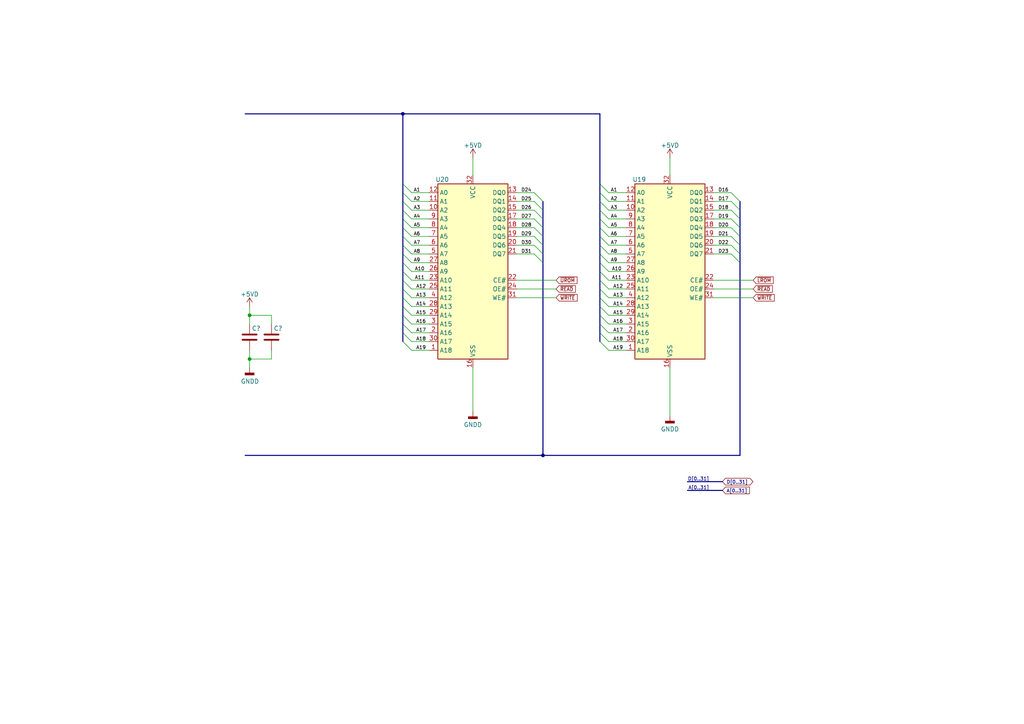
<source format=kicad_sch>
(kicad_sch (version 20211123) (generator eeschema)
  (paper "A4")
  (title_block (title "MAXI030 - 68030 based expandable computer") (date "2021-10-02") (comment 1 "Lawrence Manning"))
  (lib_symbols
    (symbol "Aslak:SST39SF040-PC32"
      (property "Reference" "U" (at -10.16 26.035 0))
      (property "Value" "Aslak_SST39SF040-PC32" (at 2.54 26.035 0))
      (symbol "SST39SF040-PC32_0_0"
        (pin power_in line (at 0 -27.94 90) (length 2.54) (name "VSS") (number "16"))
        (pin power_in line (at 0 27.94 270) (length 2.54) (name "VCC") (number "32"))
      )
      (symbol "SST39SF040-PC32_0_1"
        (rectangle (start -10.16 25.4) (end 10.16 -25.4) (stroke (width 0.254)) (fill (type background)))
      )
      (symbol "SST39SF040-PC32_1_1"
        (pin input line (at -12.7 -22.86 0) (length 2.54) (name "A18") (number "1"))
        (pin input line (at -12.7 17.78 0) (length 2.54) (name "A2") (number "10"))
        (pin input line (at -12.7 20.32 0) (length 2.54) (name "A1") (number "11"))
        (pin input line (at -12.7 22.86 0) (length 2.54) (name "A0") (number "12"))
        (pin tri_state line (at 12.7 22.86 180) (length 2.54) (name "DQ0") (number "13"))
        (pin tri_state line (at 12.7 20.32 180) (length 2.54) (name "DQ1") (number "14"))
        (pin tri_state line (at 12.7 17.78 180) (length 2.54) (name "DQ2") (number "15"))
        (pin tri_state line (at 12.7 15.24 180) (length 2.54) (name "DQ3") (number "17"))
        (pin tri_state line (at 12.7 12.7 180) (length 2.54) (name "DQ4") (number "18"))
        (pin tri_state line (at 12.7 10.16 180) (length 2.54) (name "DQ5") (number "19"))
        (pin input line (at -12.7 -17.78 0) (length 2.54) (name "A16") (number "2"))
        (pin tri_state line (at 12.7 7.62 180) (length 2.54) (name "DQ6") (number "20"))
        (pin tri_state line (at 12.7 5.08 180) (length 2.54) (name "DQ7") (number "21"))
        (pin input line (at 12.7 -2.54 180) (length 2.54) (name "CE#") (number "22"))
        (pin input line (at -12.7 -2.54 0) (length 2.54) (name "A10") (number "23"))
        (pin input line (at 12.7 -5.08 180) (length 2.54) (name "OE#") (number "24"))
        (pin input line (at -12.7 -5.08 0) (length 2.54) (name "A11") (number "25"))
        (pin input line (at -12.7 0 0) (length 2.54) (name "A9") (number "26"))
        (pin input line (at -12.7 2.54 0) (length 2.54) (name "A8") (number "27"))
        (pin input line (at -12.7 -10.16 0) (length 2.54) (name "A13") (number "28"))
        (pin input line (at -12.7 -12.7 0) (length 2.54) (name "A14") (number "29"))
        (pin input line (at -12.7 -15.24 0) (length 2.54) (name "A15") (number "3"))
        (pin input line (at -12.7 -20.32 0) (length 2.54) (name "A17") (number "30"))
        (pin input line (at 12.7 -7.62 180) (length 2.54) (name "WE#") (number "31"))
        (pin input line (at -12.7 -7.62 0) (length 2.54) (name "A12") (number "4"))
        (pin input line (at -12.7 5.08 0) (length 2.54) (name "A7") (number "5"))
        (pin input line (at -12.7 7.62 0) (length 2.54) (name "A6") (number "6"))
        (pin input line (at -12.7 10.16 0) (length 2.54) (name "A5") (number "7"))
        (pin input line (at -12.7 12.7 0) (length 2.54) (name "A4") (number "8"))
        (pin input line (at -12.7 15.24 0) (length 2.54) (name "A3") (number "9"))
      )
    )
    (symbol "Device:C" (pin_numbers hide) (pin_names (offset 0.254))
      (property "Reference" "C" (at 0.635 2.54 0))
      (property "Value" "C" (at 0.635 -2.54 0))
      (symbol "C_0_1"
        (polyline (pts (xy -2.032 -0.762) (xy 2.032 -0.762)) (stroke (width 0.508)))
        (polyline (pts (xy -2.032 0.762) (xy 2.032 0.762)) (stroke (width 0.508)))
      )
      (symbol "C_1_1"
        (pin passive line (at 0 3.81 270) (length 2.794) (name "~") (number "1"))
        (pin passive line (at 0 -3.81 90) (length 2.794) (name "~") (number "2"))
      )
    )
    (symbol "power:+5VD" (power) (pin_names (offset 0))
      (property "Value" "+5VD" (at 0 3.556 0))
      (symbol "+5VD_0_1"
        (polyline (pts (xy -0.762 1.27) (xy 0 2.54)))
        (polyline (pts (xy 0 0) (xy 0 2.54)))
        (polyline (pts (xy 0 2.54) (xy 0.762 1.27)))
      )
      (symbol "+5VD_1_1"
        (pin power_in line (at 0 0 90) (length 0) hide (name "+5VD") (number "1"))
      )
    )
    (symbol "power:GNDD" (power) (pin_names (offset 0))
      (property "Value" "GNDD" (at 0 -3.175 0))
      (symbol "GNDD_0_1"
        (rectangle (start -1.27 -1.524) (end 1.27 -2.032) (stroke (width 0.254)) (fill (type outline)))
        (polyline (pts (xy 0 0) (xy 0 -1.524)))
      )
      (symbol "GNDD_1_1"
        (pin power_in line (at 0 0 270) (length 0) hide (name "GNDD") (number "1"))
      )
    )
  )
  (junction (at 116.84 33.02))
  (junction (at 157.48 132.08))
  (junction (at 72.39 91.44))
  (junction (at 72.39 104.14))
  (bus_entry (at 173.99 76.2) (size 2.54 2.54))
  (bus_entry (at 116.84 78.74) (size 2.54 2.54))
  (bus_entry (at 173.99 68.58) (size 2.54 2.54))
  (bus_entry (at 173.99 66.04) (size 2.54 2.54))
  (bus_entry (at 154.94 68.58) (size 2.54 2.54))
  (bus_entry (at 212.09 71.12) (size 2.54 2.54))
  (bus_entry (at 116.84 71.12) (size 2.54 2.54))
  (bus_entry (at 116.84 88.9) (size 2.54 2.54))
  (bus_entry (at 173.99 78.74) (size 2.54 2.54))
  (bus_entry (at 173.99 55.88) (size 2.54 2.54))
  (bus_entry (at 173.99 73.66) (size 2.54 2.54))
  (bus_entry (at 116.84 83.82) (size 2.54 2.54))
  (bus_entry (at 212.09 66.04) (size 2.54 2.54))
  (bus_entry (at 116.84 60.96) (size 2.54 2.54))
  (bus_entry (at 173.99 81.28) (size 2.54 2.54))
  (bus_entry (at 173.99 91.44) (size 2.54 2.54))
  (bus_entry (at 154.94 73.66) (size 2.54 2.54))
  (bus_entry (at 212.09 63.5) (size 2.54 2.54))
  (bus_entry (at 173.99 93.98) (size 2.54 2.54))
  (bus_entry (at 173.99 53.34) (size 2.54 2.54))
  (bus_entry (at 154.94 58.42) (size 2.54 2.54))
  (bus_entry (at 212.09 68.58) (size 2.54 2.54))
  (bus_entry (at 154.94 60.96) (size 2.54 2.54))
  (bus_entry (at 116.84 81.28) (size 2.54 2.54))
  (bus_entry (at 173.99 88.9) (size 2.54 2.54))
  (bus_entry (at 116.84 93.98) (size 2.54 2.54))
  (bus_entry (at 116.84 91.44) (size 2.54 2.54))
  (bus_entry (at 173.99 63.5) (size 2.54 2.54))
  (bus_entry (at 173.99 83.82) (size 2.54 2.54))
  (bus_entry (at 116.84 58.42) (size 2.54 2.54))
  (bus_entry (at 116.84 76.2) (size 2.54 2.54))
  (bus_entry (at 173.99 71.12) (size 2.54 2.54))
  (bus_entry (at 154.94 63.5) (size 2.54 2.54))
  (bus_entry (at 173.99 99.06) (size 2.54 2.54))
  (bus_entry (at 116.84 66.04) (size 2.54 2.54))
  (bus_entry (at 116.84 96.52) (size 2.54 2.54))
  (bus_entry (at 116.84 99.06) (size 2.54 2.54))
  (bus_entry (at 173.99 60.96) (size 2.54 2.54))
  (bus_entry (at 116.84 53.34) (size 2.54 2.54))
  (bus_entry (at 154.94 55.88) (size 2.54 2.54))
  (bus_entry (at 116.84 63.5) (size 2.54 2.54))
  (bus_entry (at 212.09 60.96) (size 2.54 2.54))
  (bus_entry (at 154.94 66.04) (size 2.54 2.54))
  (bus_entry (at 173.99 86.36) (size 2.54 2.54))
  (bus_entry (at 116.84 86.36) (size 2.54 2.54))
  (bus_entry (at 116.84 68.58) (size 2.54 2.54))
  (bus_entry (at 212.09 58.42) (size 2.54 2.54))
  (bus_entry (at 154.94 71.12) (size 2.54 2.54))
  (bus_entry (at 173.99 96.52) (size 2.54 2.54))
  (bus_entry (at 173.99 58.42) (size 2.54 2.54))
  (bus_entry (at 212.09 73.66) (size 2.54 2.54))
  (bus_entry (at 116.84 73.66) (size 2.54 2.54))
  (bus_entry (at 212.09 55.88) (size 2.54 2.54))
  (bus_entry (at 116.84 55.88) (size 2.54 2.54))
  (wire (pts (xy 176.53 99.06) (xy 181.61 99.06)))
  (wire (pts (xy 181.61 78.74) (xy 176.53 78.74)))
  (wire (pts (xy 72.39 104.14) (xy 72.39 106.68)))
  (bus (pts (xy 173.99 58.42) (xy 173.99 60.96)))
  (bus (pts (xy 116.84 86.36) (xy 116.84 88.9)))
  (bus (pts (xy 116.84 33.02) (xy 116.84 53.34)))
  (bus (pts (xy 116.84 76.2) (xy 116.84 78.74)))
  (wire (pts (xy 181.61 83.82) (xy 176.53 83.82)))
  (wire (pts (xy 149.86 86.36) (xy 161.29 86.36)))
  (wire (pts (xy 181.61 76.2) (xy 176.53 76.2)))
  (bus (pts (xy 173.99 76.2) (xy 173.99 78.74)))
  (wire (pts (xy 149.86 55.88) (xy 154.94 55.88)))
  (bus (pts (xy 157.48 58.42) (xy 157.48 60.96)))
  (wire (pts (xy 124.46 60.96) (xy 119.38 60.96)))
  (wire (pts (xy 72.39 88.9) (xy 72.39 91.44)))
  (bus (pts (xy 116.84 88.9) (xy 116.84 91.44)))
  (bus (pts (xy 116.84 81.28) (xy 116.84 83.82)))
  (wire (pts (xy 181.61 63.5) (xy 176.53 63.5)))
  (wire (pts (xy 149.86 73.66) (xy 154.94 73.66)))
  (wire (pts (xy 124.46 83.82) (xy 119.38 83.82)))
  (wire (pts (xy 181.61 71.12) (xy 176.53 71.12)))
  (wire (pts (xy 149.86 81.28) (xy 161.29 81.28)))
  (wire (pts (xy 124.46 63.5) (xy 119.38 63.5)))
  (bus (pts (xy 214.63 73.66) (xy 214.63 76.2)))
  (wire (pts (xy 124.46 91.44) (xy 119.38 91.44)))
  (wire (pts (xy 72.39 101.6) (xy 72.39 104.14)))
  (wire (pts (xy 181.61 91.44) (xy 176.53 91.44)))
  (wire (pts (xy 149.86 58.42) (xy 154.94 58.42)))
  (wire (pts (xy 149.86 68.58) (xy 154.94 68.58)))
  (wire (pts (xy 124.46 58.42) (xy 119.38 58.42)))
  (wire (pts (xy 181.61 86.36) (xy 176.53 86.36)))
  (bus (pts (xy 157.48 132.08) (xy 214.63 132.08)))
  (wire (pts (xy 207.01 55.88) (xy 212.09 55.88)))
  (wire (pts (xy 207.01 66.04) (xy 212.09 66.04)))
  (wire (pts (xy 181.61 88.9) (xy 176.53 88.9)))
  (bus (pts (xy 116.84 33.02) (xy 173.99 33.02)))
  (bus (pts (xy 116.84 66.04) (xy 116.84 68.58)))
  (bus (pts (xy 157.48 71.12) (xy 157.48 73.66)))
  (bus (pts (xy 199.39 142.24) (xy 209.55 142.24)))
  (bus (pts (xy 214.63 58.42) (xy 214.63 60.96)))
  (wire (pts (xy 137.16 106.68) (xy 137.16 119.38)))
  (wire (pts (xy 124.46 86.36) (xy 119.38 86.36)))
  (bus (pts (xy 116.84 55.88) (xy 116.84 58.42)))
  (wire (pts (xy 181.61 60.96) (xy 176.53 60.96)))
  (wire (pts (xy 119.38 101.6) (xy 124.46 101.6)))
  (bus (pts (xy 173.99 60.96) (xy 173.99 63.5)))
  (wire (pts (xy 207.01 63.5) (xy 212.09 63.5)))
  (bus (pts (xy 173.99 88.9) (xy 173.99 91.44)))
  (wire (pts (xy 176.53 96.52) (xy 181.61 96.52)))
  (bus (pts (xy 116.84 78.74) (xy 116.84 81.28)))
  (wire (pts (xy 149.86 83.82) (xy 161.29 83.82)))
  (wire (pts (xy 137.16 50.8) (xy 137.16 45.72)))
  (wire (pts (xy 176.53 101.6) (xy 181.61 101.6)))
  (wire (pts (xy 124.46 55.88) (xy 119.38 55.88)))
  (wire (pts (xy 72.39 91.44) (xy 78.74 91.44)))
  (bus (pts (xy 116.84 71.12) (xy 116.84 73.66)))
  (wire (pts (xy 149.86 71.12) (xy 154.94 71.12)))
  (wire (pts (xy 149.86 60.96) (xy 154.94 60.96)))
  (wire (pts (xy 124.46 68.58) (xy 119.38 68.58)))
  (bus (pts (xy 173.99 91.44) (xy 173.99 93.98)))
  (bus (pts (xy 173.99 96.52) (xy 173.99 99.06)))
  (wire (pts (xy 181.61 55.88) (xy 176.53 55.88)))
  (bus (pts (xy 173.99 55.88) (xy 173.99 58.42)))
  (wire (pts (xy 181.61 68.58) (xy 176.53 68.58)))
  (wire (pts (xy 124.46 81.28) (xy 119.38 81.28)))
  (wire (pts (xy 78.74 101.6) (xy 78.74 104.14)))
  (wire (pts (xy 124.46 66.04) (xy 119.38 66.04)))
  (bus (pts (xy 173.99 83.82) (xy 173.99 86.36)))
  (wire (pts (xy 149.86 63.5) (xy 154.94 63.5)))
  (wire (pts (xy 124.46 78.74) (xy 119.38 78.74)))
  (wire (pts (xy 194.31 50.8) (xy 194.31 45.72)))
  (bus (pts (xy 116.84 91.44) (xy 116.84 93.98)))
  (bus (pts (xy 116.84 68.58) (xy 116.84 71.12)))
  (bus (pts (xy 214.63 60.96) (xy 214.63 63.5)))
  (bus (pts (xy 214.63 68.58) (xy 214.63 71.12)))
  (wire (pts (xy 124.46 88.9) (xy 119.38 88.9)))
  (bus (pts (xy 116.84 96.52) (xy 116.84 99.06)))
  (bus (pts (xy 116.84 83.82) (xy 116.84 86.36)))
  (bus (pts (xy 116.84 58.42) (xy 116.84 60.96)))
  (bus (pts (xy 116.84 53.34) (xy 116.84 55.88)))
  (wire (pts (xy 78.74 93.98) (xy 78.74 91.44)))
  (bus (pts (xy 173.99 66.04) (xy 173.99 68.58)))
  (bus (pts (xy 173.99 81.28) (xy 173.99 83.82)))
  (wire (pts (xy 181.61 81.28) (xy 176.53 81.28)))
  (wire (pts (xy 181.61 73.66) (xy 176.53 73.66)))
  (bus (pts (xy 157.48 60.96) (xy 157.48 63.5)))
  (wire (pts (xy 207.01 83.82) (xy 218.44 83.82)))
  (wire (pts (xy 207.01 71.12) (xy 212.09 71.12)))
  (wire (pts (xy 119.38 99.06) (xy 124.46 99.06)))
  (bus (pts (xy 173.99 78.74) (xy 173.99 81.28)))
  (bus (pts (xy 173.99 63.5) (xy 173.99 66.04)))
  (bus (pts (xy 214.63 76.2) (xy 214.63 132.08)))
  (wire (pts (xy 207.01 86.36) (xy 218.44 86.36)))
  (bus (pts (xy 214.63 63.5) (xy 214.63 66.04)))
  (bus (pts (xy 214.63 71.12) (xy 214.63 73.66)))
  (bus (pts (xy 173.99 73.66) (xy 173.99 76.2)))
  (wire (pts (xy 207.01 81.28) (xy 218.44 81.28)))
  (wire (pts (xy 149.86 66.04) (xy 154.94 66.04)))
  (wire (pts (xy 119.38 93.98) (xy 124.46 93.98)))
  (bus (pts (xy 173.99 86.36) (xy 173.99 88.9)))
  (wire (pts (xy 72.39 91.44) (xy 72.39 93.98)))
  (bus (pts (xy 173.99 93.98) (xy 173.99 96.52)))
  (bus (pts (xy 157.48 73.66) (xy 157.48 76.2)))
  (wire (pts (xy 124.46 71.12) (xy 119.38 71.12)))
  (bus (pts (xy 157.48 66.04) (xy 157.48 68.58)))
  (wire (pts (xy 124.46 73.66) (xy 119.38 73.66)))
  (bus (pts (xy 173.99 53.34) (xy 173.99 55.88)))
  (wire (pts (xy 124.46 76.2) (xy 119.38 76.2)))
  (wire (pts (xy 207.01 68.58) (xy 212.09 68.58)))
  (bus (pts (xy 173.99 33.02) (xy 173.99 53.34)))
  (wire (pts (xy 181.61 58.42) (xy 176.53 58.42)))
  (wire (pts (xy 207.01 58.42) (xy 212.09 58.42)))
  (wire (pts (xy 194.31 106.68) (xy 194.31 120.65)))
  (wire (pts (xy 119.38 96.52) (xy 124.46 96.52)))
  (wire (pts (xy 176.53 93.98) (xy 181.61 93.98)))
  (bus (pts (xy 199.39 139.7) (xy 209.55 139.7)))
  (bus (pts (xy 157.48 63.5) (xy 157.48 66.04)))
  (bus (pts (xy 157.48 76.2) (xy 157.48 132.08)))
  (bus (pts (xy 173.99 68.58) (xy 173.99 71.12)))
  (bus (pts (xy 157.48 68.58) (xy 157.48 71.12)))
  (bus (pts (xy 116.84 73.66) (xy 116.84 76.2)))
  (bus (pts (xy 116.84 60.96) (xy 116.84 63.5)))
  (bus (pts (xy 173.99 71.12) (xy 173.99 73.66)))
  (bus (pts (xy 214.63 66.04) (xy 214.63 68.58)))
  (wire (pts (xy 78.74 104.14) (xy 72.39 104.14)))
  (wire (pts (xy 207.01 60.96) (xy 212.09 60.96)))
  (wire (pts (xy 207.01 73.66) (xy 212.09 73.66)))
  (bus (pts (xy 116.84 93.98) (xy 116.84 96.52)))
  (bus (pts (xy 71.12 132.08) (xy 157.48 132.08)))
  (wire (pts (xy 181.61 66.04) (xy 176.53 66.04)))
  (bus (pts (xy 71.12 33.02) (xy 116.84 33.02)))
  (bus (pts (xy 116.84 63.5) (xy 116.84 66.04)))
  (label "A7" (at 179.07 71.12 180) (effects (font (size 0.9906 0.9906))))
  (label "D31" (at 151.13 73.66 0) (effects (font (size 0.9906 0.9906))))
  (label "D20" (at 208.28 66.04 0) (effects (font (size 0.9906 0.9906))))
  (label "A16" (at 120.65 93.98 0) (effects (font (size 0.9906 0.9906))))
  (label "D23" (at 208.28 73.66 0) (effects (font (size 0.9906 0.9906))))
  (label "A19" (at 120.65 101.6 0) (effects (font (size 0.9906 0.9906))))
  (label "A5" (at 121.92 66.04 180) (effects (font (size 0.9906 0.9906))))
  (label "A6" (at 121.92 68.58 180) (effects (font (size 0.9906 0.9906))))
  (label "A8" (at 179.07 73.66 180) (effects (font (size 0.9906 0.9906))))
  (label "A17" (at 120.65 96.52 0) (effects (font (size 0.9906 0.9906))))
  (label "A14" (at 120.65 88.9 0) (effects (font (size 0.9906 0.9906))))
  (label "D21" (at 208.28 68.58 0) (effects (font (size 0.9906 0.9906))))
  (label "D30" (at 151.13 71.12 0) (effects (font (size 0.9906 0.9906))))
  (label "A11" (at 180.34 81.28 180) (effects (font (size 0.9906 0.9906))))
  (label "A17" (at 177.8 96.52 0) (effects (font (size 0.9906 0.9906))))
  (label "A18" (at 120.65 99.06 0) (effects (font (size 0.9906 0.9906))))
  (label "A19" (at 177.8 101.6 0) (effects (font (size 0.9906 0.9906))))
  (label "A3" (at 179.07 60.96 180) (effects (font (size 0.9906 0.9906))))
  (label "D29" (at 151.13 68.58 0) (effects (font (size 0.9906 0.9906))))
  (label "A15" (at 120.65 91.44 0) (effects (font (size 0.9906 0.9906))))
  (label "A9" (at 179.07 76.2 180) (effects (font (size 0.9906 0.9906))))
  (label "D25" (at 151.13 58.42 0) (effects (font (size 0.9906 0.9906))))
  (label "D26" (at 151.13 60.96 0) (effects (font (size 0.9906 0.9906))))
  (label "A9" (at 121.92 76.2 180) (effects (font (size 0.9906 0.9906))))
  (label "A11" (at 123.19 81.28 180) (effects (font (size 0.9906 0.9906))))
  (label "A5" (at 179.07 66.04 180) (effects (font (size 0.9906 0.9906))))
  (label "D18" (at 208.28 60.96 0) (effects (font (size 0.9906 0.9906))))
  (label "A2" (at 179.07 58.42 180) (effects (font (size 0.9906 0.9906))))
  (label "D22" (at 208.28 71.12 0) (effects (font (size 0.9906 0.9906))))
  (label "A10" (at 180.34 78.74 180) (effects (font (size 0.9906 0.9906))))
  (label "A13" (at 120.65 86.36 0) (effects (font (size 0.9906 0.9906))))
  (label "A12" (at 120.65 83.82 0) (effects (font (size 0.9906 0.9906))))
  (label "A15" (at 177.8 91.44 0) (effects (font (size 0.9906 0.9906))))
  (label "D28" (at 151.13 66.04 0) (effects (font (size 0.9906 0.9906))))
  (label "D24" (at 151.13 55.88 0) (effects (font (size 0.9906 0.9906))))
  (label "A18" (at 177.8 99.06 0) (effects (font (size 0.9906 0.9906))))
  (label "A3" (at 121.92 60.96 180) (effects (font (size 0.9906 0.9906))))
  (label "D[0..31]" (at 205.74 139.7 180) (effects (font (size 0.9906 0.9906))))
  (label "A2" (at 121.92 58.42 180) (effects (font (size 0.9906 0.9906))))
  (label "A4" (at 121.92 63.5 180) (effects (font (size 0.9906 0.9906))))
  (label "A[0..31]" (at 205.74 142.24 180) (effects (font (size 0.9906 0.9906))))
  (label "A8" (at 121.92 73.66 180) (effects (font (size 0.9906 0.9906))))
  (label "D16" (at 208.28 55.88 0) (effects (font (size 0.9906 0.9906))))
  (label "A1" (at 179.07 55.88 180) (effects (font (size 0.9906 0.9906))))
  (label "A1" (at 121.92 55.88 180) (effects (font (size 0.9906 0.9906))))
  (label "D27" (at 151.13 63.5 0) (effects (font (size 0.9906 0.9906))))
  (label "D19" (at 208.28 63.5 0) (effects (font (size 0.9906 0.9906))))
  (label "D17" (at 208.28 58.42 0) (effects (font (size 0.9906 0.9906))))
  (label "A4" (at 179.07 63.5 180) (effects (font (size 0.9906 0.9906))))
  (label "A12" (at 177.8 83.82 0) (effects (font (size 0.9906 0.9906))))
  (label "A13" (at 177.8 86.36 0) (effects (font (size 0.9906 0.9906))))
  (label "A7" (at 121.92 71.12 180) (effects (font (size 0.9906 0.9906))))
  (label "A14" (at 177.8 88.9 0) (effects (font (size 0.9906 0.9906))))
  (label "A6" (at 179.07 68.58 180) (effects (font (size 0.9906 0.9906))))
  (label "A10" (at 123.19 78.74 180) (effects (font (size 0.9906 0.9906))))
  (label "A16" (at 177.8 93.98 0) (effects (font (size 0.9906 0.9906))))
  (global_label "~{WRITE}" (shape input) (at 161.29 86.36 0) (effects (font (size 0.9906 0.9906))) (property "Intersheet References" "${INTERSHEET_REFS}" (effects hide)))
  (global_label "D[0..31]" (shape bidirectional) (at 209.55 139.7 0) (effects (font (size 0.9906 0.9906))) (property "Intersheet References" "${INTERSHEET_REFS}" (effects hide)))
  (global_label "~{LROM}" (shape input) (at 218.44 81.28 0) (effects (font (size 0.9906 0.9906))) (property "Intersheet References" "${INTERSHEET_REFS}" (effects hide)))
  (global_label "A[0..31]" (shape input) (at 209.55 142.24 0) (effects (font (size 0.9906 0.9906))) (property "Intersheet References" "${INTERSHEET_REFS}" (effects hide)))
  (global_label "~{READ}" (shape input) (at 161.29 83.82 0) (effects (font (size 0.9906 0.9906))) (property "Intersheet References" "${INTERSHEET_REFS}" (effects hide)))
  (global_label "~{WRITE}" (shape input) (at 218.44 86.36 0) (effects (font (size 0.9906 0.9906))) (property "Intersheet References" "${INTERSHEET_REFS}" (effects hide)))
  (global_label "~{READ}" (shape input) (at 218.44 83.82 0) (effects (font (size 0.9906 0.9906))) (property "Intersheet References" "${INTERSHEET_REFS}" (effects hide)))
  (global_label "~{UROM}" (shape input) (at 161.29 81.28 0) (effects (font (size 0.9906 0.9906))) (property "Intersheet References" "${INTERSHEET_REFS}" (effects hide)))
  (symbol (lib_id "power:+5VD") (at 72.39 88.9 0) (unit 1)
    (property "Reference" "#PWR076" (effects hide))
  )
  (symbol (lib_id "Device:C") (at 72.39 97.79 0) (unit 1)
    (property "Reference" "C?" (at 73.025 95.25 0) (effects (justify left)))
  )
  (symbol (lib_id "Device:C") (at 78.74 97.79 0) (unit 1)
    (property "Reference" "C?" (at 79.375 95.25 0) (effects (justify left)))
  )
  (symbol (lib_id "power:GNDD") (at 72.39 106.68 0) (unit 1)
    (property "Reference" "#PWR?" (effects hide))
  )
  (symbol (lib_id "power:GNDD") (at 137.16 119.38 0) (unit 1)
    (property "Reference" "#PWR079" (effects hide))
  )
  (symbol (lib_id "power:+5VD") (at 137.16 45.72 0) (unit 1)
    (property "Reference" "#PWR078" (effects hide))
  )
  (symbol (lib_id "power:GNDD") (at 194.31 120.65 0) (unit 1)
    (property "Reference" "#PWR081" (effects hide))
  )
  (symbol (lib_id "power:+5VD") (at 194.31 45.72 0) (unit 1)
    (property "Reference" "#PWR080" (effects hide))
  )
  (symbol (lib_id "Aslak:SST39SF040-PC32") (at 137.16 78.74 0) (unit 1)
    (property "Reference" "U20" (at 128.27 52.07 0))
    (property "Datasheet" "https://www.alliancememory.com/wp-content/uploads/pdf/AS6C4008.pdf" (effects hide))
  )
  (symbol (lib_id "Aslak:SST39SF040-PC32") (at 194.31 78.74 0) (unit 1)
    (property "Reference" "U19" (at 185.42 52.07 0))
    (property "Datasheet" "https://www.alliancememory.com/wp-content/uploads/pdf/AS6C4008.pdf" (effects hide))
  )
)
</source>
